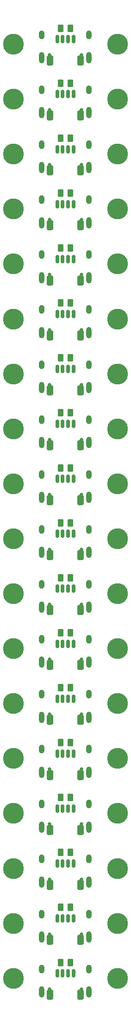
<source format=gbr>
%TF.GenerationSoftware,KiCad,Pcbnew,8.99.0-946-gf00a1ab517*%
%TF.CreationDate,2024-05-19T19:51:51+07:00*%
%TF.ProjectId,dtb_toro,6474625f-746f-4726-9f2e-6b696361645f,rev?*%
%TF.SameCoordinates,Original*%
%TF.FileFunction,Soldermask,Bot*%
%TF.FilePolarity,Negative*%
%FSLAX46Y46*%
G04 Gerber Fmt 4.6, Leading zero omitted, Abs format (unit mm)*
G04 Created by KiCad (PCBNEW 8.99.0-946-gf00a1ab517) date 2024-05-19 19:51:51*
%MOMM*%
%LPD*%
G01*
G04 APERTURE LIST*
G04 Aperture macros list*
%AMRoundRect*
0 Rectangle with rounded corners*
0 $1 Rounding radius*
0 $2 $3 $4 $5 $6 $7 $8 $9 X,Y pos of 4 corners*
0 Add a 4 corners polygon primitive as box body*
4,1,4,$2,$3,$4,$5,$6,$7,$8,$9,$2,$3,0*
0 Add four circle primitives for the rounded corners*
1,1,$1+$1,$2,$3*
1,1,$1+$1,$4,$5*
1,1,$1+$1,$6,$7*
1,1,$1+$1,$8,$9*
0 Add four rect primitives between the rounded corners*
20,1,$1+$1,$2,$3,$4,$5,0*
20,1,$1+$1,$4,$5,$6,$7,0*
20,1,$1+$1,$6,$7,$8,$9,0*
20,1,$1+$1,$8,$9,$2,$3,0*%
G04 Aperture macros list end*
%ADD10RoundRect,0.250000X0.262500X0.450000X-0.262500X0.450000X-0.262500X-0.450000X0.262500X-0.450000X0*%
%ADD11C,3.800000*%
%ADD12RoundRect,0.250000X0.350000X0.650000X-0.350000X0.650000X-0.350000X-0.650000X0.350000X-0.650000X0*%
%ADD13RoundRect,0.150000X0.150000X0.625000X-0.150000X0.625000X-0.150000X-0.625000X0.150000X-0.625000X0*%
%ADD14O,1.000000X1.600000*%
%ADD15O,1.000000X2.100000*%
%ADD16C,0.650000*%
G04 APERTURE END LIST*
D10*
%TO.C,R1*%
X540457500Y34170301D03*
X542282500Y34170301D03*
%TD*%
D11*
%TO.C,H1*%
X531870016Y31270343D03*
%TD*%
D12*
%TO.C,J2*%
X538560000Y28295301D03*
X544160000Y28295301D03*
D13*
X539860000Y32170301D03*
X540860000Y32170301D03*
X541860000Y32170301D03*
X542860000Y32170301D03*
%TD*%
D11*
%TO.C,H1*%
X531870016Y21270343D03*
%TD*%
%TO.C,H1*%
X531870016Y1270429D03*
%TD*%
D14*
%TO.C,J1*%
X537050000Y22972304D03*
D15*
X537050000Y18792304D03*
D14*
X545690000Y22972304D03*
D15*
X545690000Y18792304D03*
D16*
X538480000Y19322304D03*
X544260000Y19322304D03*
%TD*%
D10*
%TO.C,R1*%
X540457500Y-5829570D03*
X542282500Y-5829570D03*
%TD*%
D12*
%TO.C,J2*%
X538560000Y8295344D03*
X544160000Y8295344D03*
D13*
X539860000Y12170344D03*
X540860000Y12170344D03*
X541860000Y12170344D03*
X542860000Y12170344D03*
%TD*%
D12*
%TO.C,J2*%
X538560000Y18295301D03*
X544160000Y18295301D03*
D13*
X539860000Y22170301D03*
X540860000Y22170301D03*
X541860000Y22170301D03*
X542860000Y22170301D03*
%TD*%
D11*
%TO.C,H1*%
X531870016Y11270386D03*
%TD*%
%TO.C,H2*%
X550870000Y31270299D03*
%TD*%
D10*
%TO.C,R1*%
X540457500Y24170301D03*
X542282500Y24170301D03*
%TD*%
D14*
%TO.C,J1*%
X537050000Y12972347D03*
D15*
X537050000Y8792347D03*
D14*
X545690000Y12972347D03*
D15*
X545690000Y8792347D03*
D16*
X538480000Y9322347D03*
X544260000Y9322347D03*
%TD*%
D14*
%TO.C,J1*%
X537050000Y2972390D03*
D15*
X537050000Y-1207610D03*
D14*
X545690000Y2972390D03*
D15*
X545690000Y-1207610D03*
D16*
X538480000Y-677610D03*
X544260000Y-677610D03*
%TD*%
D11*
%TO.C,H2*%
X550870000Y21270299D03*
%TD*%
D12*
%TO.C,J2*%
X538560000Y-1704613D03*
X544160000Y-1704613D03*
D13*
X539860000Y2170387D03*
X540860000Y2170387D03*
X541860000Y2170387D03*
X542860000Y2170387D03*
%TD*%
D11*
%TO.C,H2*%
X550870000Y1270385D03*
%TD*%
D10*
%TO.C,R1*%
X540457500Y4170387D03*
X542282500Y4170387D03*
%TD*%
D11*
%TO.C,H2*%
X550870000Y11270342D03*
%TD*%
%TO.C,H2*%
X550870000Y-18729529D03*
%TD*%
%TO.C,H2*%
X550870000Y-8729572D03*
%TD*%
%TO.C,H1*%
X531870016Y-38729399D03*
%TD*%
D14*
%TO.C,J1*%
X537050000Y-17027524D03*
D15*
X537050000Y-21207524D03*
D14*
X545690000Y-17027524D03*
D15*
X545690000Y-21207524D03*
D16*
X538480000Y-20677524D03*
X544260000Y-20677524D03*
%TD*%
D14*
%TO.C,J1*%
X537050000Y-37027438D03*
D15*
X537050000Y-41207438D03*
D14*
X545690000Y-37027438D03*
D15*
X545690000Y-41207438D03*
D16*
X538480000Y-40677438D03*
X544260000Y-40677438D03*
%TD*%
D10*
%TO.C,R1*%
X540457500Y-15829527D03*
X542282500Y-15829527D03*
%TD*%
D11*
%TO.C,H1*%
X531870016Y-28729442D03*
%TD*%
%TO.C,H1*%
X531870016Y-18729485D03*
%TD*%
D14*
%TO.C,J1*%
X537050000Y-7027567D03*
D15*
X537050000Y-11207567D03*
D14*
X545690000Y-7027567D03*
D15*
X545690000Y-11207567D03*
D16*
X538480000Y-10677567D03*
X544260000Y-10677567D03*
%TD*%
D14*
%TO.C,J1*%
X537050000Y-27027481D03*
D15*
X537050000Y-31207481D03*
D14*
X545690000Y-27027481D03*
D15*
X545690000Y-31207481D03*
D16*
X538480000Y-30677481D03*
X544260000Y-30677481D03*
%TD*%
D11*
%TO.C,H2*%
X550870000Y-28729486D03*
%TD*%
%TO.C,H1*%
X531870016Y-48729356D03*
%TD*%
%TO.C,H1*%
X531870016Y-8729528D03*
%TD*%
D12*
%TO.C,J2*%
X538560000Y-11704570D03*
X544160000Y-11704570D03*
D13*
X539860000Y-7829570D03*
X540860000Y-7829570D03*
X541860000Y-7829570D03*
X542860000Y-7829570D03*
%TD*%
D12*
%TO.C,J2*%
X538560000Y-31704484D03*
X544160000Y-31704484D03*
D13*
X539860000Y-27829484D03*
X540860000Y-27829484D03*
X541860000Y-27829484D03*
X542860000Y-27829484D03*
%TD*%
D12*
%TO.C,J2*%
X538560000Y-21704527D03*
X544160000Y-21704527D03*
D13*
X539860000Y-17829527D03*
X540860000Y-17829527D03*
X541860000Y-17829527D03*
X542860000Y-17829527D03*
%TD*%
D10*
%TO.C,R1*%
X540457500Y-25829484D03*
X542282500Y-25829484D03*
%TD*%
%TO.C,R1*%
X540457500Y-35829441D03*
X542282500Y-35829441D03*
%TD*%
D11*
%TO.C,H2*%
X550870000Y-38729443D03*
%TD*%
D12*
%TO.C,J2*%
X538560000Y-41704441D03*
X544160000Y-41704441D03*
D13*
X539860000Y-37829441D03*
X540860000Y-37829441D03*
X541860000Y-37829441D03*
X542860000Y-37829441D03*
%TD*%
D10*
%TO.C,R1*%
X540457500Y-45829398D03*
X542282500Y-45829398D03*
%TD*%
D14*
%TO.C,J1*%
X537050000Y-47027395D03*
D15*
X537050000Y-51207395D03*
D14*
X545690000Y-47027395D03*
D15*
X545690000Y-51207395D03*
D16*
X538480000Y-50677395D03*
X544260000Y-50677395D03*
%TD*%
D11*
%TO.C,H2*%
X550870000Y-48729400D03*
%TD*%
D12*
%TO.C,J2*%
X538560000Y-51704398D03*
X544160000Y-51704398D03*
D13*
X539860000Y-47829398D03*
X540860000Y-47829398D03*
X541860000Y-47829398D03*
X542860000Y-47829398D03*
%TD*%
D10*
%TO.C,R1*%
X540457500Y14170344D03*
X542282500Y14170344D03*
%TD*%
D13*
%TO.C,J2*%
X542860000Y42170301D03*
X541860000Y42170301D03*
X540860000Y42170301D03*
X539860000Y42170301D03*
D12*
X544160000Y38295301D03*
X538560000Y38295301D03*
%TD*%
D11*
%TO.C,H1*%
X531870016Y41270343D03*
%TD*%
%TO.C,H2*%
X550870000Y41270299D03*
%TD*%
D10*
%TO.C,R1*%
X542282500Y44170301D03*
X540457500Y44170301D03*
%TD*%
D13*
%TO.C,J2*%
X542860000Y52170258D03*
X541860000Y52170258D03*
X540860000Y52170258D03*
X539860000Y52170258D03*
D12*
X544160000Y48295258D03*
X538560000Y48295258D03*
%TD*%
D11*
%TO.C,H1*%
X531870016Y51270300D03*
%TD*%
%TO.C,H2*%
X550870000Y51270256D03*
%TD*%
D16*
%TO.C,J1*%
X544260000Y49322261D03*
X538480000Y49322261D03*
D15*
X545690000Y48792261D03*
D14*
X545690000Y52972261D03*
D15*
X537050000Y48792261D03*
D14*
X537050000Y52972261D03*
%TD*%
D10*
%TO.C,R1*%
X542282500Y54170258D03*
X540457500Y54170258D03*
%TD*%
D13*
%TO.C,J2*%
X542860000Y62170215D03*
X541860000Y62170215D03*
X540860000Y62170215D03*
X539860000Y62170215D03*
D12*
X544160000Y58295215D03*
X538560000Y58295215D03*
%TD*%
D11*
%TO.C,H1*%
X531870016Y61270257D03*
%TD*%
%TO.C,H2*%
X550870000Y61270213D03*
%TD*%
D16*
%TO.C,J1*%
X544260000Y59322218D03*
X538480000Y59322218D03*
D15*
X545690000Y58792218D03*
D14*
X545690000Y62972218D03*
D15*
X537050000Y58792218D03*
D14*
X537050000Y62972218D03*
%TD*%
D10*
%TO.C,R1*%
X542282500Y64170215D03*
X540457500Y64170215D03*
%TD*%
D13*
%TO.C,J2*%
X542860000Y72170172D03*
X541860000Y72170172D03*
X540860000Y72170172D03*
X539860000Y72170172D03*
D12*
X544160000Y68295172D03*
X538560000Y68295172D03*
%TD*%
D11*
%TO.C,H1*%
X531870016Y71270214D03*
%TD*%
%TO.C,H2*%
X550870000Y71270170D03*
%TD*%
D16*
%TO.C,J1*%
X544260000Y69322175D03*
X538480000Y69322175D03*
D15*
X545690000Y68792175D03*
D14*
X545690000Y72972175D03*
D15*
X537050000Y68792175D03*
D14*
X537050000Y72972175D03*
%TD*%
D10*
%TO.C,R1*%
X542282500Y74170172D03*
X540457500Y74170172D03*
%TD*%
D13*
%TO.C,J2*%
X542860000Y82170129D03*
X541860000Y82170129D03*
X540860000Y82170129D03*
X539860000Y82170129D03*
D12*
X544160000Y78295129D03*
X538560000Y78295129D03*
%TD*%
D11*
%TO.C,H1*%
X531870016Y81270171D03*
%TD*%
%TO.C,H2*%
X550870000Y81270127D03*
%TD*%
D16*
%TO.C,J1*%
X544260000Y79322132D03*
X538480000Y79322132D03*
D15*
X545690000Y78792132D03*
D14*
X545690000Y82972132D03*
D15*
X537050000Y78792132D03*
D14*
X537050000Y82972132D03*
%TD*%
D10*
%TO.C,R1*%
X542282500Y84170129D03*
X540457500Y84170129D03*
%TD*%
D13*
%TO.C,J2*%
X542860000Y92170086D03*
X541860000Y92170086D03*
X540860000Y92170086D03*
X539860000Y92170086D03*
D12*
X544160000Y88295086D03*
X538560000Y88295086D03*
%TD*%
D11*
%TO.C,H1*%
X531870016Y91270128D03*
%TD*%
%TO.C,H2*%
X550870000Y91270084D03*
%TD*%
D16*
%TO.C,J1*%
X544260000Y89322089D03*
X538480000Y89322089D03*
D15*
X545690000Y88792089D03*
D14*
X545690000Y92972089D03*
D15*
X537050000Y88792089D03*
D14*
X537050000Y92972089D03*
%TD*%
D10*
%TO.C,R1*%
X542282500Y94170086D03*
X540457500Y94170086D03*
%TD*%
D13*
%TO.C,J2*%
X542860000Y102170043D03*
X541860000Y102170043D03*
X540860000Y102170043D03*
X539860000Y102170043D03*
D12*
X544160000Y98295043D03*
X538560000Y98295043D03*
%TD*%
D11*
%TO.C,H1*%
X531870016Y101270085D03*
%TD*%
%TO.C,H2*%
X550870000Y101270041D03*
%TD*%
D16*
%TO.C,J1*%
X544260000Y99322046D03*
X538480000Y99322046D03*
D15*
X545690000Y98792046D03*
D14*
X545690000Y102972046D03*
D15*
X537050000Y98792046D03*
D14*
X537050000Y102972046D03*
%TD*%
D10*
%TO.C,R1*%
X542282500Y104170043D03*
X540457500Y104170043D03*
%TD*%
D13*
%TO.C,J2*%
X542860000Y112170000D03*
X541860000Y112170000D03*
X540860000Y112170000D03*
X539860000Y112170000D03*
D12*
X544160000Y108295000D03*
X538560000Y108295000D03*
%TD*%
D11*
%TO.C,H1*%
X531870016Y111270042D03*
%TD*%
%TO.C,H2*%
X550870000Y111269998D03*
%TD*%
D16*
%TO.C,J1*%
X544260000Y109322003D03*
X538480000Y109322003D03*
D15*
X545690000Y108792003D03*
D14*
X545690000Y112972003D03*
D15*
X537050000Y108792003D03*
D14*
X537050000Y112972003D03*
%TD*%
D10*
%TO.C,R1*%
X542282500Y114170000D03*
X540457500Y114170000D03*
%TD*%
D11*
%TO.C,H2*%
X550870000Y121269998D03*
%TD*%
%TO.C,H1*%
X531870016Y121270042D03*
%TD*%
D16*
%TO.C,J1*%
X544260000Y119322003D03*
X538480000Y119322003D03*
D15*
X545690000Y118792003D03*
D14*
X545690000Y122972003D03*
D15*
X537050000Y118792003D03*
D14*
X537050000Y122972003D03*
%TD*%
D10*
%TO.C,R1*%
X542282500Y124170000D03*
X540457500Y124170000D03*
%TD*%
D13*
%TO.C,J2*%
X542860000Y122170000D03*
X541860000Y122170000D03*
X540860000Y122170000D03*
X539860000Y122170000D03*
D12*
X544160000Y118295000D03*
X538560000Y118295000D03*
%TD*%
D16*
%TO.C,J1*%
X544260000Y39322304D03*
X538480000Y39322304D03*
D15*
X545690000Y38792304D03*
D14*
X545690000Y42972304D03*
D15*
X537050000Y38792304D03*
D14*
X537050000Y42972304D03*
%TD*%
%TO.C,J1*%
X537050000Y32972304D03*
D15*
X537050000Y28792304D03*
D14*
X545690000Y32972304D03*
D15*
X545690000Y28792304D03*
D16*
X538480000Y29322304D03*
X544260000Y29322304D03*
%TD*%
M02*

</source>
